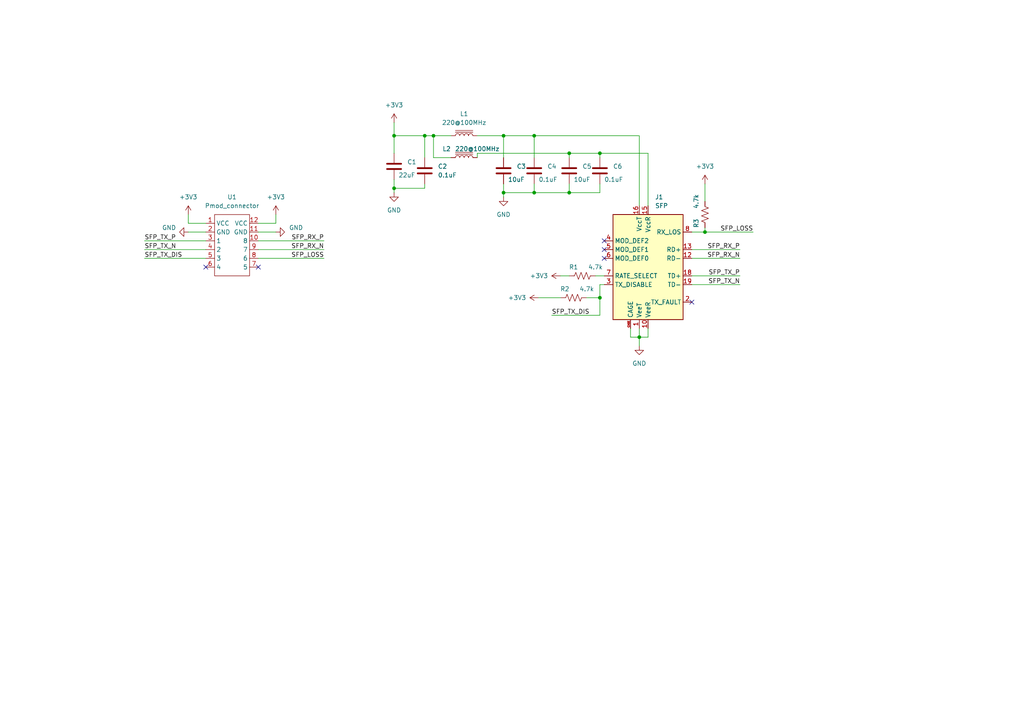
<source format=kicad_sch>
(kicad_sch (version 20211123) (generator eeschema)
  (paper "A4")
  (lib_symbols
    (symbol "Device:C" (pin_numbers hide) (pin_names (offset 0.254))
      (property "Reference" "C" (at 0.635 2.54 0))
      (property "Value" "C" (at 0.635 -2.54 0))
      (symbol "C_0_1"
        (polyline (pts (xy -2.032 -0.762) (xy 2.032 -0.762)) (stroke (width 0.508)))
        (polyline (pts (xy -2.032 0.762) (xy 2.032 0.762)) (stroke (width 0.508)))
      )
      (symbol "C_1_1"
        (pin passive line (at 0 3.81 270) (length 2.794) (name "~") (number "1"))
        (pin passive line (at 0 -3.81 90) (length 2.794) (name "~") (number "2"))
      )
    )
    (symbol "Device:L_Iron" (pin_numbers hide) (pin_names (offset 1.016) hide)
      (property "Reference" "L" (at -1.27 0 90))
      (property "Value" "L_Iron" (at 2.794 0 90))
      (symbol "L_Iron_0_1"
        (arc (start 0 -2.54) (mid 0.635 -1.905) (end 0 -1.27))
        (arc (start 0 -1.27) (mid 0.635 -0.635) (end 0 0))
        (polyline (pts (xy 1.016 2.54) (xy 1.016 -2.54)))
        (polyline (pts (xy 1.524 -2.54) (xy 1.524 2.54)))
        (arc (start 0 0) (mid 0.635 0.635) (end 0 1.27))
        (arc (start 0 1.27) (mid 0.635 1.905) (end 0 2.54))
      )
      (symbol "L_Iron_1_1"
        (pin passive line (at 0 3.81 270) (length 1.27) (name "1") (number "1"))
        (pin passive line (at 0 -3.81 90) (length 1.27) (name "2") (number "2"))
      )
    )
    (symbol "Device:R_US" (pin_numbers hide) (pin_names (offset 0))
      (property "Reference" "R" (at 2.54 0 90))
      (property "Value" "R_US" (at -2.54 0 90))
      (symbol "R_US_0_1"
        (polyline (pts (xy 0 -2.286) (xy 0 -2.54)))
        (polyline (pts (xy 0 2.286) (xy 0 2.54)))
        (polyline (pts (xy 0 -0.762) (xy 1.016 -1.143) (xy 0 -1.524) (xy -1.016 -1.905) (xy 0 -2.286)))
        (polyline (pts (xy 0 0.762) (xy 1.016 0.381) (xy 0 0) (xy -1.016 -0.381) (xy 0 -0.762)))
        (polyline (pts (xy 0 2.286) (xy 1.016 1.905) (xy 0 1.524) (xy -1.016 1.143) (xy 0 0.762)))
      )
      (symbol "R_US_1_1"
        (pin passive line (at 0 3.81 270) (length 1.27) (name "~") (number "1"))
        (pin passive line (at 0 -3.81 90) (length 1.27) (name "~") (number "2"))
      )
    )
    (symbol "Interface_Optical:SFP"
      (property "Reference" "J" (at -8.89 16.51 0))
      (property "Value" "SFP" (at 11.43 16.51 0))
      (symbol "SFP_0_0"
        (rectangle (start -10.16 15.24) (end 10.16 -15.24) (stroke (width 0.254)) (fill (type background)))
      )
      (symbol "SFP_1_1"
        (pin power_in line (at -2.54 -17.78 90) (length 2.54) (name "VeeT") (number "1"))
        (pin power_in line (at 0 -17.78 90) (length 2.54) (name "VeeR") (number "10"))
        (pin passive line (at 0 -17.78 90) (length 2.54) hide (name "VeeR") (number "11"))
        (pin output line (at 12.7 2.54 180) (length 2.54) (name "RD-") (number "12"))
        (pin output line (at 12.7 5.08 180) (length 2.54) (name "RD+") (number "13"))
        (pin passive line (at 0 -17.78 90) (length 2.54) hide (name "VeeR") (number "14"))
        (pin power_in line (at 0 17.78 270) (length 2.54) (name "VccR") (number "15"))
        (pin power_in line (at -2.54 17.78 270) (length 2.54) (name "VccT") (number "16"))
        (pin passive line (at -2.54 -17.78 90) (length 2.54) hide (name "VeeT") (number "17"))
        (pin input line (at 12.7 -2.54 180) (length 2.54) (name "TD+") (number "18"))
        (pin input line (at 12.7 -5.08 180) (length 2.54) (name "TD-") (number "19"))
        (pin open_collector line (at 12.7 -10.16 180) (length 2.54) (name "TX_FAULT") (number "2"))
        (pin passive line (at -2.54 -17.78 90) (length 2.54) hide (name "VeeT") (number "20"))
        (pin input line (at -12.7 -5.08 0) (length 2.54) (name "TX_DISABLE") (number "3"))
        (pin bidirectional line (at -12.7 7.62 0) (length 2.54) (name "MOD_DEF2") (number "4"))
        (pin input line (at -12.7 5.08 0) (length 2.54) (name "MOD_DEF1") (number "5"))
        (pin passive line (at -12.7 2.54 0) (length 2.54) (name "MOD_DEF0") (number "6"))
        (pin input line (at -12.7 -2.54 0) (length 2.54) (name "RATE_SELECT") (number "7"))
        (pin open_collector line (at 12.7 10.16 180) (length 2.54) (name "RX_LOS") (number "8"))
        (pin passive line (at 0 -17.78 90) (length 2.54) hide (name "VeeR") (number "9"))
        (pin passive line (at -5.08 -17.78 90) (length 2.54) (name "CAGE") (number "CAGE"))
      )
    )
    (symbol "Pmod:Pmod_connector"
      (property "Reference" "U" (at -5.08 13.97 0))
      (property "Value" "Pmod_connector" (at 0 -6.35 0))
      (symbol "Pmod_connector_0_1"
        (rectangle (start -5.08 12.7) (end 5.08 -5.08))
      )
      (symbol "Pmod_connector_1_1"
        (pin power_in line (at -7.62 10.16 0) (length 2.54) (name "VCC") (number "1"))
        (pin bidirectional line (at 7.62 5.08 180) (length 2.54) (name "8") (number "10"))
        (pin power_in line (at 7.62 7.62 180) (length 2.54) (name "GND") (number "11"))
        (pin power_in line (at 7.62 10.16 180) (length 2.54) (name "VCC") (number "12"))
        (pin power_in line (at -7.62 7.62 0) (length 2.54) (name "GND") (number "2"))
        (pin bidirectional line (at -7.62 5.08 0) (length 2.54) (name "1") (number "3"))
        (pin bidirectional line (at -7.62 2.54 0) (length 2.54) (name "2") (number "4"))
        (pin bidirectional line (at -7.62 0 0) (length 2.54) (name "3") (number "5"))
        (pin bidirectional line (at -7.62 -2.54 0) (length 2.54) (name "4") (number "6"))
        (pin bidirectional line (at 7.62 -2.54 180) (length 2.54) (name "5") (number "7"))
        (pin bidirectional line (at 7.62 0 180) (length 2.54) (name "6") (number "8"))
        (pin bidirectional line (at 7.62 2.54 180) (length 2.54) (name "7") (number "9"))
      )
    )
    (symbol "power:+3V3" (power) (pin_names (offset 0))
      (property "Value" "+3V3" (at 0 3.556 0))
      (symbol "+3V3_0_1"
        (polyline (pts (xy -0.762 1.27) (xy 0 2.54)))
        (polyline (pts (xy 0 0) (xy 0 2.54)))
        (polyline (pts (xy 0 2.54) (xy 0.762 1.27)))
      )
      (symbol "+3V3_1_1"
        (pin power_in line (at 0 0 90) (length 0) hide (name "+3V3") (number "1"))
      )
    )
    (symbol "power:GND" (power) (pin_names (offset 0))
      (property "Value" "GND" (at 0 -3.81 0))
      (symbol "GND_0_1"
        (polyline (pts (xy 0 0) (xy 0 -1.27) (xy 1.27 -1.27) (xy 0 -2.54) (xy -1.27 -1.27) (xy 0 -1.27)))
      )
      (symbol "GND_1_1"
        (pin power_in line (at 0 0 270) (length 0) hide (name "GND") (number "1"))
      )
    )
  )
  (junction (at 173.99 86.36))
  (junction (at 185.42 97.79))
  (junction (at 114.3 54.61))
  (junction (at 165.1 44.45))
  (junction (at 125.73 39.37))
  (junction (at 173.99 44.45))
  (junction (at 204.47 67.31))
  (junction (at 123.19 39.37))
  (junction (at 146.05 55.88))
  (junction (at 165.1 55.88))
  (junction (at 114.3 39.37))
  (junction (at 154.94 55.88))
  (junction (at 146.05 39.37))
  (junction (at 154.94 39.37))
  (no_connect (at 200.66 87.63))
  (no_connect (at 59.69 77.47))
  (no_connect (at 175.26 69.85))
  (no_connect (at 74.93 77.47))
  (no_connect (at 175.26 72.39))
  (no_connect (at 175.26 74.93))
  (wire (pts (xy 200.66 80.01) (xy 214.63 80.01)))
  (wire (pts (xy 204.47 53.34) (xy 204.47 58.42)))
  (wire (pts (xy 123.19 39.37) (xy 125.73 39.37)))
  (wire (pts (xy 154.94 53.34) (xy 154.94 55.88)))
  (wire (pts (xy 130.81 45.72) (xy 125.73 45.72)))
  (wire (pts (xy 74.93 67.31) (xy 80.01 67.31)))
  (wire (pts (xy 185.42 97.79) (xy 187.96 97.79)))
  (wire (pts (xy 165.1 55.88) (xy 154.94 55.88)))
  (wire (pts (xy 173.99 44.45) (xy 187.96 44.45)))
  (wire (pts (xy 54.61 64.77) (xy 59.69 64.77)))
  (wire (pts (xy 173.99 82.55) (xy 175.26 82.55)))
  (wire (pts (xy 173.99 53.34) (xy 173.99 55.88)))
  (wire (pts (xy 74.93 69.85) (xy 93.98 69.85)))
  (wire (pts (xy 59.69 69.85) (xy 41.91 69.85)))
  (wire (pts (xy 41.91 74.93) (xy 59.69 74.93)))
  (wire (pts (xy 123.19 54.61) (xy 114.3 54.61)))
  (wire (pts (xy 156.21 86.36) (xy 162.56 86.36)))
  (wire (pts (xy 114.3 39.37) (xy 114.3 44.45)))
  (wire (pts (xy 80.01 64.77) (xy 80.01 62.23)))
  (wire (pts (xy 154.94 55.88) (xy 146.05 55.88)))
  (wire (pts (xy 170.18 86.36) (xy 173.99 86.36)))
  (wire (pts (xy 146.05 39.37) (xy 146.05 45.72)))
  (wire (pts (xy 54.61 67.31) (xy 59.69 67.31)))
  (wire (pts (xy 114.3 54.61) (xy 114.3 55.88)))
  (wire (pts (xy 138.43 44.45) (xy 138.43 45.72)))
  (wire (pts (xy 173.99 82.55) (xy 173.99 86.36)))
  (wire (pts (xy 123.19 39.37) (xy 123.19 45.72)))
  (wire (pts (xy 114.3 39.37) (xy 123.19 39.37)))
  (wire (pts (xy 125.73 39.37) (xy 130.81 39.37)))
  (wire (pts (xy 74.93 64.77) (xy 80.01 64.77)))
  (wire (pts (xy 74.93 74.93) (xy 93.98 74.93)))
  (wire (pts (xy 187.96 44.45) (xy 187.96 59.69)))
  (wire (pts (xy 146.05 39.37) (xy 154.94 39.37)))
  (wire (pts (xy 187.96 95.25) (xy 187.96 97.79)))
  (wire (pts (xy 160.02 91.44) (xy 173.99 91.44)))
  (wire (pts (xy 173.99 44.45) (xy 173.99 45.72)))
  (wire (pts (xy 200.66 82.55) (xy 214.63 82.55)))
  (wire (pts (xy 123.19 53.34) (xy 123.19 54.61)))
  (wire (pts (xy 165.1 53.34) (xy 165.1 55.88)))
  (wire (pts (xy 185.42 97.79) (xy 182.88 97.79)))
  (wire (pts (xy 125.73 45.72) (xy 125.73 39.37)))
  (wire (pts (xy 74.93 72.39) (xy 93.98 72.39)))
  (wire (pts (xy 204.47 67.31) (xy 218.44 67.31)))
  (wire (pts (xy 146.05 53.34) (xy 146.05 55.88)))
  (wire (pts (xy 204.47 66.04) (xy 204.47 67.31)))
  (wire (pts (xy 165.1 44.45) (xy 173.99 44.45)))
  (wire (pts (xy 154.94 39.37) (xy 154.94 45.72)))
  (wire (pts (xy 185.42 95.25) (xy 185.42 97.79)))
  (wire (pts (xy 173.99 91.44) (xy 173.99 86.36)))
  (wire (pts (xy 114.3 52.07) (xy 114.3 54.61)))
  (wire (pts (xy 182.88 97.79) (xy 182.88 95.25)))
  (wire (pts (xy 54.61 62.23) (xy 54.61 64.77)))
  (wire (pts (xy 154.94 39.37) (xy 185.42 39.37)))
  (wire (pts (xy 173.99 55.88) (xy 165.1 55.88)))
  (wire (pts (xy 162.56 80.01) (xy 165.1 80.01)))
  (wire (pts (xy 146.05 55.88) (xy 146.05 57.15)))
  (wire (pts (xy 200.66 72.39) (xy 214.63 72.39)))
  (wire (pts (xy 138.43 44.45) (xy 165.1 44.45)))
  (wire (pts (xy 185.42 59.69) (xy 185.42 39.37)))
  (wire (pts (xy 165.1 45.72) (xy 165.1 44.45)))
  (wire (pts (xy 172.72 80.01) (xy 175.26 80.01)))
  (wire (pts (xy 138.43 39.37) (xy 146.05 39.37)))
  (wire (pts (xy 114.3 35.56) (xy 114.3 39.37)))
  (wire (pts (xy 200.66 74.93) (xy 214.63 74.93)))
  (wire (pts (xy 59.69 72.39) (xy 41.91 72.39)))
  (wire (pts (xy 200.66 67.31) (xy 204.47 67.31)))
  (wire (pts (xy 185.42 100.33) (xy 185.42 97.79)))
  (label "SFP_TX_N" (at 41.91 72.39 0))
  (label "SFP_RX_N" (at 214.63 74.93 180))
  (label "SFP_LOSS" (at 93.98 74.93 180))
  (label "SFP_RX_N" (at 93.98 72.39 180))
  (label "SFP_RX_P" (at 93.98 69.85 180))
  (label "SFP_TX_N" (at 214.63 82.55 180))
  (label "SFP_TX_DIS" (at 160.02 91.44 0))
  (label "SFP_LOSS" (at 218.44 67.31 180))
  (label "SFP_TX_DIS" (at 41.91 74.93 0))
  (label "SFP_TX_P" (at 214.63 80.01 180))
  (label "SFP_TX_P" (at 41.91 69.85 0))
  (label "SFP_RX_P" (at 214.63 72.39 180))
  (symbol (lib_id "Interface_Optical:SFP") (at 187.96 77.47 0) (unit 1)
    (property "Reference" "J1" (at 189.9794 57.15 0) (effects (justify left)))
    (property "Value" "SFP" (at 189.9794 59.69 0) (effects (justify left)))
    (property "Footprint" "Connector:Connector_SFP_and_Cage" (effects hide))
    (property "Datasheet" "http://www.10gtek.com/templates/wzten/pdf/INF-8074.pdf" (effects hide))
  )
  (symbol (lib_id "Device:L_Iron") (at 134.62 39.37 90) (unit 1)
    (property "Reference" "L1" (at 134.62 33.02 90))
    (property "Value" "220@100MHz" (at 134.62 35.56 90))
    (property "Footprint" "Inductor_SMD:L_0402_1005Metric" (effects hide))
  )
  (symbol (lib_id "power:+3V3") (at 114.3 35.56 0) (unit 1)
    (property "Reference" "#PWR0101" (effects hide))
    (property "Value" "+3V3" (at 114.3 30.48 0))
  )
  (symbol (lib_id "Device:C") (at 173.99 49.53 0) (unit 1)
    (property "Reference" "C6" (at 177.8 48.2599 0) (effects (justify left)))
    (property "Value" "0.1uF" (at 175.26 52.07 0) (effects (justify left)))
    (property "Footprint" "Capacitor_SMD:C_0402_1005Metric" (effects hide))
  )
  (symbol (lib_id "power:+3V3") (at 54.61 62.23 0) (unit 1)
    (property "Reference" "#PWR0103" (effects hide))
    (property "Value" "+3V3" (at 54.61 57.15 0))
  )
  (symbol (lib_id "power:+3V3") (at 162.56 80.01 90) (unit 1)
    (property "Reference" "#PWR0106" (effects hide))
    (property "Value" "+3V3" (at 153.67 80.01 90) (effects (justify right)))
  )
  (symbol (lib_id "Device:C") (at 114.3 48.26 0) (unit 1)
    (property "Reference" "C1" (at 118.11 46.9899 0) (effects (justify left)))
    (property "Value" "22uF" (at 115.57 50.8 0) (effects (justify left)))
    (property "Footprint" "Capacitor_SMD:C_0402_1005Metric" (effects hide))
  )
  (symbol (lib_id "power:+3V3") (at 156.21 86.36 90) (unit 1)
    (property "Reference" "#PWR03" (effects hide))
    (property "Value" "+3V3" (at 147.32 86.36 90) (effects (justify right)))
  )
  (symbol (lib_id "Device:C") (at 165.1 49.53 0) (unit 1)
    (property "Reference" "C5" (at 168.91 48.2599 0) (effects (justify left)))
    (property "Value" "10uF" (at 166.37 52.07 0) (effects (justify left)))
    (property "Footprint" "Capacitor_SMD:C_0402_1005Metric" (effects hide))
  )
  (symbol (lib_id "Device:C") (at 154.94 49.53 0) (unit 1)
    (property "Reference" "C4" (at 158.75 48.2599 0) (effects (justify left)))
    (property "Value" "0.1uF" (at 156.21 52.07 0) (effects (justify left)))
    (property "Footprint" "Capacitor_SMD:C_0402_1005Metric" (effects hide))
  )
  (symbol (lib_id "power:GND") (at 185.42 100.33 0) (unit 1)
    (property "Reference" "#PWR0102" (effects hide))
    (property "Value" "GND" (at 185.42 105.41 0))
  )
  (symbol (lib_id "Device:R_US") (at 168.91 80.01 90) (unit 1)
    (property "Reference" "R1" (at 166.37 77.47 90))
    (property "Value" "4.7k" (at 172.72 77.47 90))
    (property "Footprint" "Resistor_SMD:R_0402_1005Metric" (effects hide))
  )
  (symbol (lib_id "power:GND") (at 114.3 55.88 0) (unit 1)
    (property "Reference" "#PWR01" (effects hide))
    (property "Value" "GND" (at 114.3 60.96 0))
  )
  (symbol (lib_id "Device:C") (at 123.19 49.53 0) (unit 1)
    (property "Reference" "C2" (at 127 48.2599 0) (effects (justify left)))
    (property "Value" "0.1uF" (at 127 50.7999 0) (effects (justify left)))
    (property "Footprint" "Capacitor_SMD:C_0402_1005Metric" (effects hide))
  )
  (symbol (lib_id "power:+3V3") (at 204.47 53.34 0) (unit 1)
    (property "Reference" "#PWR04" (effects hide))
    (property "Value" "+3V3" (at 204.47 48.26 0))
  )
  (symbol (lib_id "Device:L_Iron") (at 134.62 45.72 90) (unit 1)
    (property "Reference" "L2" (at 129.54 43.18 90))
    (property "Value" "220@100MHz" (at 138.43 43.18 90))
    (property "Footprint" "Inductor_SMD:L_0402_1005Metric" (effects hide))
  )
  (symbol (lib_id "Device:C") (at 146.05 49.53 0) (unit 1)
    (property "Reference" "C3" (at 149.86 48.2599 0) (effects (justify left)))
    (property "Value" "10uF" (at 147.32 52.07 0) (effects (justify left)))
    (property "Footprint" "Capacitor_SMD:C_0402_1005Metric" (effects hide))
  )
  (symbol (lib_id "Pmod:Pmod_connector") (at 67.31 74.93 0) (unit 1)
    (property "Reference" "U1" (at 67.31 57.15 0))
    (property "Value" "Pmod_connector" (at 67.31 59.69 0))
    (property "Footprint" "Pmod:PMOD_EXTENSION_BOARD" (effects hide))
  )
  (symbol (lib_id "Device:R_US") (at 166.37 86.36 90) (unit 1)
    (property "Reference" "R2" (at 163.83 83.82 90))
    (property "Value" "4.7k" (at 170.18 83.82 90))
    (property "Footprint" "Resistor_SMD:R_0402_1005Metric" (effects hide))
  )
  (symbol (lib_id "power:+3V3") (at 80.01 62.23 0) (unit 1)
    (property "Reference" "#PWR0104" (effects hide))
    (property "Value" "+3V3" (at 80.01 57.15 0))
  )
  (symbol (lib_id "power:GND") (at 54.61 67.31 270) (mirror x) (unit 1)
    (property "Reference" "#PWR0107" (effects hide))
    (property "Value" "GND" (at 46.99 66.04 90) (effects (justify left)))
  )
  (symbol (lib_id "power:GND") (at 80.01 67.31 90) (unit 1)
    (property "Reference" "#PWR0105" (effects hide))
    (property "Value" "GND" (at 83.82 66.04 90) (effects (justify right)))
  )
  (symbol (lib_id "power:GND") (at 146.05 57.15 0) (unit 1)
    (property "Reference" "#PWR02" (effects hide))
    (property "Value" "GND" (at 146.05 62.23 0))
  )
  (symbol (lib_id "Device:R_US") (at 204.47 62.23 180) (unit 1)
    (property "Reference" "R3" (at 201.93 64.77 90))
    (property "Value" "4.7k" (at 201.93 58.42 90))
    (property "Footprint" "Resistor_SMD:R_0402_1005Metric" (effects hide))
  )
)
</source>
